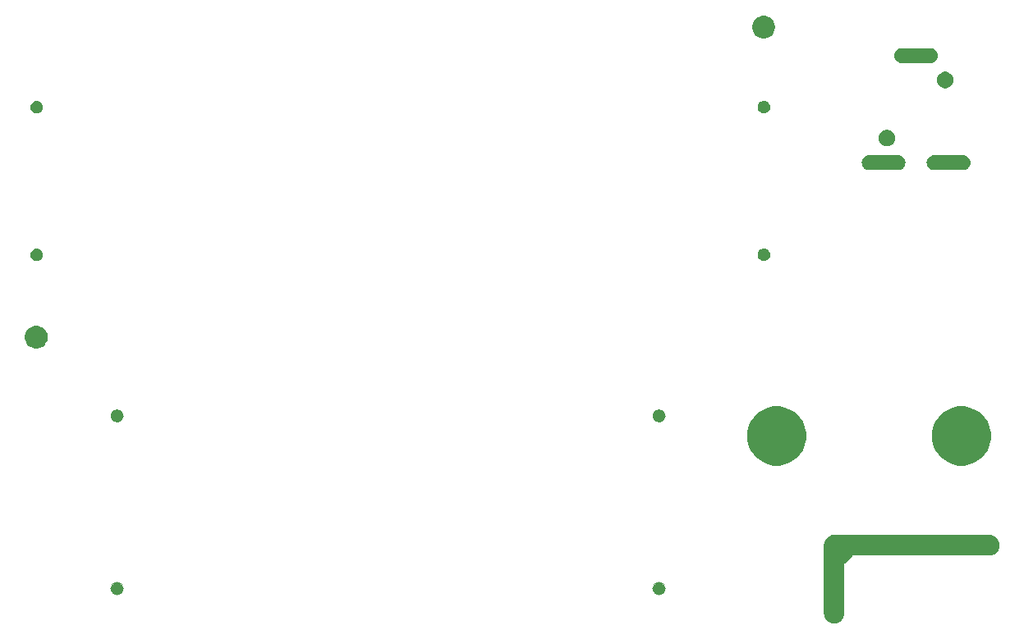
<source format=gbs>
G04 #@! TF.GenerationSoftware,KiCad,Pcbnew,(5.1.4)-1*
G04 #@! TF.CreationDate,2020-01-19T17:46:34-08:00*
G04 #@! TF.ProjectId,Light_intensity_data_logger,4c696768-745f-4696-9e74-656e73697479,rev?*
G04 #@! TF.SameCoordinates,Original*
G04 #@! TF.FileFunction,Soldermask,Bot*
G04 #@! TF.FilePolarity,Negative*
%FSLAX46Y46*%
G04 Gerber Fmt 4.6, Leading zero omitted, Abs format (unit mm)*
G04 Created by KiCad (PCBNEW (5.1.4)-1) date 2020-01-19 17:46:34*
%MOMM*%
%LPD*%
G04 APERTURE LIST*
%ADD10C,0.100000*%
G04 APERTURE END LIST*
D10*
X141596000Y-92446000D02*
G75*
G03X141596000Y-92446000I-646000J0D01*
G01*
X85716000Y-92446000D02*
G75*
G03X85716000Y-92446000I-646000J0D01*
G01*
X85716000Y-74636000D02*
G75*
G03X85716000Y-74636000I-646000J0D01*
G01*
X141596000Y-74636000D02*
G75*
G03X141596000Y-74636000I-646000J0D01*
G01*
G36*
X159045519Y-86928398D02*
G01*
X159057771Y-86929000D01*
X175051631Y-86929000D01*
X175103097Y-86934069D01*
X175206032Y-86944207D01*
X175404146Y-87004305D01*
X175404149Y-87004306D01*
X175484394Y-87047198D01*
X175586729Y-87101897D01*
X175746765Y-87233235D01*
X175878103Y-87393271D01*
X175923939Y-87479025D01*
X175975694Y-87575851D01*
X175975695Y-87575854D01*
X176035793Y-87773968D01*
X176056085Y-87980000D01*
X176035793Y-88186032D01*
X176022781Y-88228926D01*
X175975694Y-88384149D01*
X175923939Y-88480975D01*
X175878103Y-88566729D01*
X175746765Y-88726765D01*
X175586729Y-88858103D01*
X175500975Y-88903939D01*
X175404149Y-88955694D01*
X175404146Y-88955695D01*
X175206032Y-89015793D01*
X175103097Y-89025931D01*
X175051631Y-89031000D01*
X160987115Y-89031000D01*
X160962729Y-89033402D01*
X160939280Y-89040515D01*
X160917669Y-89052066D01*
X160898731Y-89067607D01*
X160087605Y-89878733D01*
X160072066Y-89897668D01*
X160060515Y-89919279D01*
X160053402Y-89942728D01*
X160051000Y-89967114D01*
X160051000Y-95031630D01*
X160035793Y-95186032D01*
X159975695Y-95384146D01*
X159975694Y-95384149D01*
X159923939Y-95480975D01*
X159878103Y-95566729D01*
X159746765Y-95726765D01*
X159586729Y-95858103D01*
X159500975Y-95903939D01*
X159404149Y-95955694D01*
X159404146Y-95955695D01*
X159206032Y-96015793D01*
X159000000Y-96036085D01*
X158793969Y-96015793D01*
X158595855Y-95955695D01*
X158595852Y-95955694D01*
X158499026Y-95903939D01*
X158413272Y-95858103D01*
X158253236Y-95726765D01*
X158121898Y-95566729D01*
X158076062Y-95480975D01*
X158024307Y-95384149D01*
X158024306Y-95384146D01*
X157964208Y-95186032D01*
X157949001Y-95031630D01*
X157949000Y-88037771D01*
X157948398Y-88025519D01*
X157943915Y-87980000D01*
X157949000Y-87928370D01*
X157964207Y-87773968D01*
X158024305Y-87575854D01*
X158024306Y-87575851D01*
X158076061Y-87479025D01*
X158121897Y-87393271D01*
X158253235Y-87233235D01*
X158413271Y-87101897D01*
X158515606Y-87047198D01*
X158595851Y-87004306D01*
X158595854Y-87004305D01*
X158793968Y-86944207D01*
X158890752Y-86934675D01*
X158954481Y-86928398D01*
X159000000Y-86923915D01*
X159045519Y-86928398D01*
X159045519Y-86928398D01*
G37*
G36*
X141138431Y-91824825D02*
G01*
X141255995Y-91873521D01*
X141361801Y-91944219D01*
X141451781Y-92034199D01*
X141522479Y-92140005D01*
X141571175Y-92257569D01*
X141596000Y-92382373D01*
X141596000Y-92509627D01*
X141571175Y-92634431D01*
X141522479Y-92751995D01*
X141451781Y-92857801D01*
X141361801Y-92947781D01*
X141255995Y-93018479D01*
X141138431Y-93067175D01*
X141013627Y-93092000D01*
X140886373Y-93092000D01*
X140761569Y-93067175D01*
X140644005Y-93018479D01*
X140538199Y-92947781D01*
X140448219Y-92857801D01*
X140377521Y-92751995D01*
X140328825Y-92634431D01*
X140304000Y-92509627D01*
X140304000Y-92382373D01*
X140328825Y-92257569D01*
X140377521Y-92140005D01*
X140448219Y-92034199D01*
X140538199Y-91944219D01*
X140644005Y-91873521D01*
X140761569Y-91824825D01*
X140886373Y-91800000D01*
X141013627Y-91800000D01*
X141138431Y-91824825D01*
X141138431Y-91824825D01*
G37*
G36*
X85258431Y-91824825D02*
G01*
X85375995Y-91873521D01*
X85481801Y-91944219D01*
X85571781Y-92034199D01*
X85642479Y-92140005D01*
X85691175Y-92257569D01*
X85716000Y-92382373D01*
X85716000Y-92509627D01*
X85691175Y-92634431D01*
X85642479Y-92751995D01*
X85571781Y-92857801D01*
X85481801Y-92947781D01*
X85375995Y-93018479D01*
X85258431Y-93067175D01*
X85133627Y-93092000D01*
X85006373Y-93092000D01*
X84881569Y-93067175D01*
X84764005Y-93018479D01*
X84658199Y-92947781D01*
X84568219Y-92857801D01*
X84497521Y-92751995D01*
X84448825Y-92634431D01*
X84424000Y-92509627D01*
X84424000Y-92382373D01*
X84448825Y-92257569D01*
X84497521Y-92140005D01*
X84568219Y-92034199D01*
X84658199Y-91944219D01*
X84764005Y-91873521D01*
X84881569Y-91824825D01*
X85006373Y-91800000D01*
X85133627Y-91800000D01*
X85258431Y-91824825D01*
X85258431Y-91824825D01*
G37*
G36*
X153959943Y-73766248D02*
G01*
X154515189Y-73996238D01*
X154515190Y-73996239D01*
X155014899Y-74330134D01*
X155439866Y-74755101D01*
X155439867Y-74755103D01*
X155773762Y-75254811D01*
X156003752Y-75810057D01*
X156121000Y-76399501D01*
X156121000Y-77000499D01*
X156003752Y-77589943D01*
X155773762Y-78145189D01*
X155773761Y-78145190D01*
X155439866Y-78644899D01*
X155014899Y-79069866D01*
X154763347Y-79237948D01*
X154515189Y-79403762D01*
X153959943Y-79633752D01*
X153370499Y-79751000D01*
X152769501Y-79751000D01*
X152180057Y-79633752D01*
X151624811Y-79403762D01*
X151376653Y-79237948D01*
X151125101Y-79069866D01*
X150700134Y-78644899D01*
X150366239Y-78145190D01*
X150366238Y-78145189D01*
X150136248Y-77589943D01*
X150019000Y-77000499D01*
X150019000Y-76399501D01*
X150136248Y-75810057D01*
X150366238Y-75254811D01*
X150700133Y-74755103D01*
X150700134Y-74755101D01*
X151125101Y-74330134D01*
X151624810Y-73996239D01*
X151624811Y-73996238D01*
X152180057Y-73766248D01*
X152769501Y-73649000D01*
X153370499Y-73649000D01*
X153959943Y-73766248D01*
X153959943Y-73766248D01*
G37*
G36*
X173009943Y-73766248D02*
G01*
X173565189Y-73996238D01*
X173565190Y-73996239D01*
X174064899Y-74330134D01*
X174489866Y-74755101D01*
X174489867Y-74755103D01*
X174823762Y-75254811D01*
X175053752Y-75810057D01*
X175171000Y-76399501D01*
X175171000Y-77000499D01*
X175053752Y-77589943D01*
X174823762Y-78145189D01*
X174823761Y-78145190D01*
X174489866Y-78644899D01*
X174064899Y-79069866D01*
X173813347Y-79237948D01*
X173565189Y-79403762D01*
X173009943Y-79633752D01*
X172420499Y-79751000D01*
X171819501Y-79751000D01*
X171230057Y-79633752D01*
X170674811Y-79403762D01*
X170426653Y-79237948D01*
X170175101Y-79069866D01*
X169750134Y-78644899D01*
X169416239Y-78145190D01*
X169416238Y-78145189D01*
X169186248Y-77589943D01*
X169069000Y-77000499D01*
X169069000Y-76399501D01*
X169186248Y-75810057D01*
X169416238Y-75254811D01*
X169750133Y-74755103D01*
X169750134Y-74755101D01*
X170175101Y-74330134D01*
X170674810Y-73996239D01*
X170674811Y-73996238D01*
X171230057Y-73766248D01*
X171819501Y-73649000D01*
X172420499Y-73649000D01*
X173009943Y-73766248D01*
X173009943Y-73766248D01*
G37*
G36*
X85258431Y-74014825D02*
G01*
X85375995Y-74063521D01*
X85481801Y-74134219D01*
X85571781Y-74224199D01*
X85642479Y-74330005D01*
X85691175Y-74447569D01*
X85716000Y-74572373D01*
X85716000Y-74699627D01*
X85691175Y-74824431D01*
X85642479Y-74941995D01*
X85571781Y-75047801D01*
X85481801Y-75137781D01*
X85375995Y-75208479D01*
X85258431Y-75257175D01*
X85133627Y-75282000D01*
X85006373Y-75282000D01*
X84881569Y-75257175D01*
X84764005Y-75208479D01*
X84658199Y-75137781D01*
X84568219Y-75047801D01*
X84497521Y-74941995D01*
X84448825Y-74824431D01*
X84424000Y-74699627D01*
X84424000Y-74572373D01*
X84448825Y-74447569D01*
X84497521Y-74330005D01*
X84568219Y-74224199D01*
X84658199Y-74134219D01*
X84764005Y-74063521D01*
X84881569Y-74014825D01*
X85006373Y-73990000D01*
X85133627Y-73990000D01*
X85258431Y-74014825D01*
X85258431Y-74014825D01*
G37*
G36*
X141138431Y-74014825D02*
G01*
X141255995Y-74063521D01*
X141361801Y-74134219D01*
X141451781Y-74224199D01*
X141522479Y-74330005D01*
X141571175Y-74447569D01*
X141596000Y-74572373D01*
X141596000Y-74699627D01*
X141571175Y-74824431D01*
X141522479Y-74941995D01*
X141451781Y-75047801D01*
X141361801Y-75137781D01*
X141255995Y-75208479D01*
X141138431Y-75257175D01*
X141013627Y-75282000D01*
X140886373Y-75282000D01*
X140761569Y-75257175D01*
X140644005Y-75208479D01*
X140538199Y-75137781D01*
X140448219Y-75047801D01*
X140377521Y-74941995D01*
X140328825Y-74824431D01*
X140304000Y-74699627D01*
X140304000Y-74572373D01*
X140328825Y-74447569D01*
X140377521Y-74330005D01*
X140448219Y-74224199D01*
X140538199Y-74134219D01*
X140644005Y-74063521D01*
X140761569Y-74014825D01*
X140886373Y-73990000D01*
X141013627Y-73990000D01*
X141138431Y-74014825D01*
X141138431Y-74014825D01*
G37*
G36*
X76931980Y-65328824D02*
G01*
X77083447Y-65358953D01*
X77297465Y-65447602D01*
X77297466Y-65447603D01*
X77490074Y-65576299D01*
X77653881Y-65740106D01*
X77739678Y-65868511D01*
X77782578Y-65932715D01*
X77871227Y-66146733D01*
X77916420Y-66373934D01*
X77916420Y-66605586D01*
X77871227Y-66832787D01*
X77782578Y-67046805D01*
X77782577Y-67046806D01*
X77653881Y-67239414D01*
X77490074Y-67403221D01*
X77361669Y-67489018D01*
X77297465Y-67531918D01*
X77083447Y-67620567D01*
X76931980Y-67650696D01*
X76856247Y-67665760D01*
X76624593Y-67665760D01*
X76548860Y-67650696D01*
X76397393Y-67620567D01*
X76183375Y-67531918D01*
X76119171Y-67489018D01*
X75990766Y-67403221D01*
X75826959Y-67239414D01*
X75698263Y-67046806D01*
X75698262Y-67046805D01*
X75609613Y-66832787D01*
X75564420Y-66605586D01*
X75564420Y-66373934D01*
X75609613Y-66146733D01*
X75698262Y-65932715D01*
X75741162Y-65868511D01*
X75826959Y-65740106D01*
X75990766Y-65576299D01*
X76183374Y-65447603D01*
X76183375Y-65447602D01*
X76397393Y-65358953D01*
X76548860Y-65328824D01*
X76624593Y-65313760D01*
X76856247Y-65313760D01*
X76931980Y-65328824D01*
X76931980Y-65328824D01*
G37*
G36*
X76968431Y-57378825D02*
G01*
X77085995Y-57427521D01*
X77191801Y-57498219D01*
X77281781Y-57588199D01*
X77352479Y-57694005D01*
X77401175Y-57811569D01*
X77426000Y-57936373D01*
X77426000Y-58063627D01*
X77401175Y-58188431D01*
X77352479Y-58305995D01*
X77281781Y-58411801D01*
X77191801Y-58501781D01*
X77085995Y-58572479D01*
X76968431Y-58621175D01*
X76843627Y-58646000D01*
X76716373Y-58646000D01*
X76591569Y-58621175D01*
X76474005Y-58572479D01*
X76368199Y-58501781D01*
X76278219Y-58411801D01*
X76207521Y-58305995D01*
X76158825Y-58188431D01*
X76134000Y-58063627D01*
X76134000Y-57936373D01*
X76158825Y-57811569D01*
X76207521Y-57694005D01*
X76278219Y-57588199D01*
X76368199Y-57498219D01*
X76474005Y-57427521D01*
X76591569Y-57378825D01*
X76716373Y-57354000D01*
X76843627Y-57354000D01*
X76968431Y-57378825D01*
X76968431Y-57378825D01*
G37*
G36*
X151948431Y-57358825D02*
G01*
X152065995Y-57407521D01*
X152171801Y-57478219D01*
X152261781Y-57568199D01*
X152332479Y-57674005D01*
X152381175Y-57791569D01*
X152406000Y-57916373D01*
X152406000Y-58043627D01*
X152381175Y-58168431D01*
X152332479Y-58285995D01*
X152261781Y-58391801D01*
X152171801Y-58481781D01*
X152065995Y-58552479D01*
X151948431Y-58601175D01*
X151823627Y-58626000D01*
X151696373Y-58626000D01*
X151571569Y-58601175D01*
X151454005Y-58552479D01*
X151348199Y-58481781D01*
X151258219Y-58391801D01*
X151187521Y-58285995D01*
X151138825Y-58168431D01*
X151114000Y-58043627D01*
X151114000Y-57916373D01*
X151138825Y-57791569D01*
X151187521Y-57674005D01*
X151258219Y-57568199D01*
X151348199Y-57478219D01*
X151454005Y-57407521D01*
X151571569Y-57358825D01*
X151696373Y-57334000D01*
X151823627Y-57334000D01*
X151948431Y-57358825D01*
X151948431Y-57358825D01*
G37*
G36*
X165727121Y-47720228D02*
G01*
X165873402Y-47764602D01*
X166008204Y-47836655D01*
X166126369Y-47933631D01*
X166223345Y-48051796D01*
X166295398Y-48186598D01*
X166339772Y-48332879D01*
X166354754Y-48485000D01*
X166339772Y-48637121D01*
X166295398Y-48783402D01*
X166223345Y-48918204D01*
X166126369Y-49036369D01*
X166008204Y-49133345D01*
X165873402Y-49205398D01*
X165727121Y-49249772D01*
X165613118Y-49261000D01*
X162586882Y-49261000D01*
X162472879Y-49249772D01*
X162326598Y-49205398D01*
X162191796Y-49133345D01*
X162073631Y-49036369D01*
X161976655Y-48918204D01*
X161904602Y-48783402D01*
X161860228Y-48637121D01*
X161845246Y-48485000D01*
X161860228Y-48332879D01*
X161904602Y-48186598D01*
X161976655Y-48051796D01*
X162073631Y-47933631D01*
X162191796Y-47836655D01*
X162326598Y-47764602D01*
X162472879Y-47720228D01*
X162586882Y-47709000D01*
X165613118Y-47709000D01*
X165727121Y-47720228D01*
X165727121Y-47720228D01*
G37*
G36*
X172427121Y-47720228D02*
G01*
X172573402Y-47764602D01*
X172708204Y-47836655D01*
X172826369Y-47933631D01*
X172923345Y-48051796D01*
X172995398Y-48186598D01*
X173039772Y-48332879D01*
X173054754Y-48485000D01*
X173039772Y-48637121D01*
X172995398Y-48783402D01*
X172923345Y-48918204D01*
X172826369Y-49036369D01*
X172708204Y-49133345D01*
X172573402Y-49205398D01*
X172427121Y-49249772D01*
X172313118Y-49261000D01*
X169286882Y-49261000D01*
X169172879Y-49249772D01*
X169026598Y-49205398D01*
X168891796Y-49133345D01*
X168773631Y-49036369D01*
X168676655Y-48918204D01*
X168604602Y-48783402D01*
X168560228Y-48637121D01*
X168545246Y-48485000D01*
X168560228Y-48332879D01*
X168604602Y-48186598D01*
X168676655Y-48051796D01*
X168773631Y-47933631D01*
X168891796Y-47836655D01*
X169026598Y-47764602D01*
X169172879Y-47720228D01*
X169286882Y-47709000D01*
X172313118Y-47709000D01*
X172427121Y-47720228D01*
X172427121Y-47720228D01*
G37*
G36*
X164698228Y-45141703D02*
G01*
X164853100Y-45205853D01*
X164992481Y-45298985D01*
X165111015Y-45417519D01*
X165204147Y-45556900D01*
X165268297Y-45711772D01*
X165301000Y-45876184D01*
X165301000Y-46043816D01*
X165268297Y-46208228D01*
X165204147Y-46363100D01*
X165111015Y-46502481D01*
X164992481Y-46621015D01*
X164853100Y-46714147D01*
X164698228Y-46778297D01*
X164533816Y-46811000D01*
X164366184Y-46811000D01*
X164201772Y-46778297D01*
X164046900Y-46714147D01*
X163907519Y-46621015D01*
X163788985Y-46502481D01*
X163695853Y-46363100D01*
X163631703Y-46208228D01*
X163599000Y-46043816D01*
X163599000Y-45876184D01*
X163631703Y-45711772D01*
X163695853Y-45556900D01*
X163788985Y-45417519D01*
X163907519Y-45298985D01*
X164046900Y-45205853D01*
X164201772Y-45141703D01*
X164366184Y-45109000D01*
X164533816Y-45109000D01*
X164698228Y-45141703D01*
X164698228Y-45141703D01*
G37*
G36*
X76968431Y-42138825D02*
G01*
X77085995Y-42187521D01*
X77191801Y-42258219D01*
X77281781Y-42348199D01*
X77352479Y-42454005D01*
X77401175Y-42571569D01*
X77426000Y-42696373D01*
X77426000Y-42823627D01*
X77401175Y-42948431D01*
X77352479Y-43065995D01*
X77281781Y-43171801D01*
X77191801Y-43261781D01*
X77085995Y-43332479D01*
X76968431Y-43381175D01*
X76843627Y-43406000D01*
X76716373Y-43406000D01*
X76591569Y-43381175D01*
X76474005Y-43332479D01*
X76368199Y-43261781D01*
X76278219Y-43171801D01*
X76207521Y-43065995D01*
X76158825Y-42948431D01*
X76134000Y-42823627D01*
X76134000Y-42696373D01*
X76158825Y-42571569D01*
X76207521Y-42454005D01*
X76278219Y-42348199D01*
X76368199Y-42258219D01*
X76474005Y-42187521D01*
X76591569Y-42138825D01*
X76716373Y-42114000D01*
X76843627Y-42114000D01*
X76968431Y-42138825D01*
X76968431Y-42138825D01*
G37*
G36*
X151948431Y-42118825D02*
G01*
X152065995Y-42167521D01*
X152171801Y-42238219D01*
X152261781Y-42328199D01*
X152332479Y-42434005D01*
X152381175Y-42551569D01*
X152406000Y-42676373D01*
X152406000Y-42803627D01*
X152381175Y-42928431D01*
X152332479Y-43045995D01*
X152261781Y-43151801D01*
X152171801Y-43241781D01*
X152065995Y-43312479D01*
X151948431Y-43361175D01*
X151823627Y-43386000D01*
X151696373Y-43386000D01*
X151571569Y-43361175D01*
X151454005Y-43312479D01*
X151348199Y-43241781D01*
X151258219Y-43151801D01*
X151187521Y-43045995D01*
X151138825Y-42928431D01*
X151114000Y-42803627D01*
X151114000Y-42676373D01*
X151138825Y-42551569D01*
X151187521Y-42434005D01*
X151258219Y-42328199D01*
X151348199Y-42238219D01*
X151454005Y-42167521D01*
X151571569Y-42118825D01*
X151696373Y-42094000D01*
X151823627Y-42094000D01*
X151948431Y-42118825D01*
X151948431Y-42118825D01*
G37*
G36*
X170698228Y-39141703D02*
G01*
X170853100Y-39205853D01*
X170992481Y-39298985D01*
X171111015Y-39417519D01*
X171204147Y-39556900D01*
X171268297Y-39711772D01*
X171301000Y-39876184D01*
X171301000Y-40043816D01*
X171268297Y-40208228D01*
X171204147Y-40363100D01*
X171111015Y-40502481D01*
X170992481Y-40621015D01*
X170853100Y-40714147D01*
X170698228Y-40778297D01*
X170533816Y-40811000D01*
X170366184Y-40811000D01*
X170201772Y-40778297D01*
X170046900Y-40714147D01*
X169907519Y-40621015D01*
X169788985Y-40502481D01*
X169695853Y-40363100D01*
X169631703Y-40208228D01*
X169599000Y-40043816D01*
X169599000Y-39876184D01*
X169631703Y-39711772D01*
X169695853Y-39556900D01*
X169788985Y-39417519D01*
X169907519Y-39298985D01*
X170046900Y-39205853D01*
X170201772Y-39141703D01*
X170366184Y-39109000D01*
X170533816Y-39109000D01*
X170698228Y-39141703D01*
X170698228Y-39141703D01*
G37*
G36*
X169077121Y-36670228D02*
G01*
X169223402Y-36714602D01*
X169358204Y-36786655D01*
X169476369Y-36883631D01*
X169573345Y-37001796D01*
X169645398Y-37136598D01*
X169689772Y-37282879D01*
X169704754Y-37435000D01*
X169689772Y-37587121D01*
X169645398Y-37733402D01*
X169573345Y-37868204D01*
X169476369Y-37986369D01*
X169358204Y-38083345D01*
X169223402Y-38155398D01*
X169077121Y-38199772D01*
X168963118Y-38211000D01*
X165936882Y-38211000D01*
X165822879Y-38199772D01*
X165676598Y-38155398D01*
X165541796Y-38083345D01*
X165423631Y-37986369D01*
X165326655Y-37868204D01*
X165254602Y-37733402D01*
X165210228Y-37587121D01*
X165195246Y-37435000D01*
X165210228Y-37282879D01*
X165254602Y-37136598D01*
X165326655Y-37001796D01*
X165423631Y-36883631D01*
X165541796Y-36786655D01*
X165676598Y-36714602D01*
X165822879Y-36670228D01*
X165936882Y-36659000D01*
X168963118Y-36659000D01*
X169077121Y-36670228D01*
X169077121Y-36670228D01*
G37*
G36*
X151931980Y-33328824D02*
G01*
X152083447Y-33358953D01*
X152297465Y-33447602D01*
X152297466Y-33447603D01*
X152490074Y-33576299D01*
X152653881Y-33740106D01*
X152739678Y-33868511D01*
X152782578Y-33932715D01*
X152871227Y-34146733D01*
X152916420Y-34373934D01*
X152916420Y-34605586D01*
X152871227Y-34832787D01*
X152782578Y-35046805D01*
X152782577Y-35046806D01*
X152653881Y-35239414D01*
X152490074Y-35403221D01*
X152361669Y-35489018D01*
X152297465Y-35531918D01*
X152083447Y-35620567D01*
X151931980Y-35650696D01*
X151856247Y-35665760D01*
X151624593Y-35665760D01*
X151548860Y-35650696D01*
X151397393Y-35620567D01*
X151183375Y-35531918D01*
X151119171Y-35489018D01*
X150990766Y-35403221D01*
X150826959Y-35239414D01*
X150698263Y-35046806D01*
X150698262Y-35046805D01*
X150609613Y-34832787D01*
X150564420Y-34605586D01*
X150564420Y-34373934D01*
X150609613Y-34146733D01*
X150698262Y-33932715D01*
X150741162Y-33868511D01*
X150826959Y-33740106D01*
X150990766Y-33576299D01*
X151183374Y-33447603D01*
X151183375Y-33447602D01*
X151397393Y-33358953D01*
X151548860Y-33328824D01*
X151624593Y-33313760D01*
X151856247Y-33313760D01*
X151931980Y-33328824D01*
X151931980Y-33328824D01*
G37*
M02*

</source>
